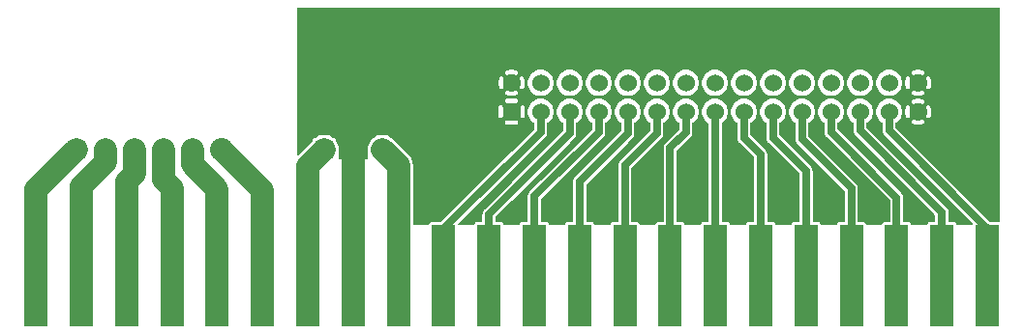
<source format=gbr>
G04 start of page 3 for group 1 idx 1 *
G04 Title: (unknown), bottom *
G04 Creator: pcb 20110918 *
G04 CreationDate: Mon Dec 22 17:10:58 2014 UTC *
G04 For: fosse *
G04 Format: Gerber/RS-274X *
G04 PCB-Dimensions: 600000 500000 *
G04 PCB-Coordinate-Origin: lower left *
%MOIN*%
%FSLAX25Y25*%
%LNBOTTOM*%
%ADD26C,0.0380*%
%ADD25C,0.0420*%
%ADD24R,0.0800X0.0800*%
%ADD23C,0.0600*%
%ADD22C,0.0700*%
%ADD21C,0.0250*%
%ADD20C,0.0800*%
%ADD19C,0.0001*%
G54D19*G36*
X370993Y196825D02*X374550Y193268D01*
Y170993D01*
X372643Y170991D01*
X372490Y170954D01*
X372345Y170894D01*
X372210Y170812D01*
X372091Y170709D01*
X371988Y170590D01*
X371906Y170455D01*
X371846Y170310D01*
X371809Y170157D01*
X371800Y170000D01*
X370993D01*
Y196825D01*
G37*
G36*
X380993D02*X390150Y187668D01*
Y170993D01*
X388243Y170991D01*
X388090Y170954D01*
X387945Y170894D01*
X387810Y170812D01*
X387691Y170709D01*
X387588Y170590D01*
X387506Y170455D01*
X387446Y170310D01*
X387409Y170157D01*
X387400Y170000D01*
X381791D01*
X381791Y170157D01*
X381754Y170310D01*
X381694Y170455D01*
X381612Y170590D01*
X381509Y170709D01*
X381390Y170812D01*
X381255Y170894D01*
X381110Y170954D01*
X380993Y170982D01*
Y196825D01*
G37*
G36*
X390993Y196325D02*X405750Y181568D01*
Y170993D01*
X403843Y170991D01*
X403690Y170954D01*
X403545Y170894D01*
X403410Y170812D01*
X403291Y170709D01*
X403188Y170590D01*
X403106Y170455D01*
X403046Y170310D01*
X403009Y170157D01*
X403000Y170000D01*
X397391D01*
X397391Y170157D01*
X397354Y170310D01*
X397294Y170455D01*
X397212Y170590D01*
X397109Y170709D01*
X396990Y170812D01*
X396855Y170894D01*
X396710Y170954D01*
X396557Y170991D01*
X396400Y171000D01*
X394650Y170998D01*
Y188512D01*
X394657Y188600D01*
X394629Y188953D01*
X394629Y188953D01*
X394546Y189297D01*
X394411Y189625D01*
X394226Y189927D01*
X393996Y190196D01*
X393929Y190253D01*
X390993Y193189D01*
Y196325D01*
G37*
G36*
X400993Y198825D02*X421350Y178468D01*
Y170993D01*
X419443Y170991D01*
X419290Y170954D01*
X419145Y170894D01*
X419010Y170812D01*
X418891Y170709D01*
X418788Y170590D01*
X418706Y170455D01*
X418646Y170310D01*
X418609Y170157D01*
X418600Y170000D01*
X412991D01*
X412991Y170157D01*
X412954Y170310D01*
X412894Y170455D01*
X412812Y170590D01*
X412709Y170709D01*
X412590Y170812D01*
X412455Y170894D01*
X412310Y170954D01*
X412157Y170991D01*
X412000Y171000D01*
X410250Y170998D01*
Y182412D01*
X410257Y182500D01*
X410229Y182853D01*
X410146Y183197D01*
X410107Y183293D01*
X410011Y183525D01*
X409896Y183712D01*
X409826Y183827D01*
X409826Y183827D01*
X409596Y184096D01*
X409529Y184153D01*
X400993Y192689D01*
Y198825D01*
G37*
G36*
X410993Y199325D02*X436950Y173368D01*
Y170993D01*
X435043Y170991D01*
X434890Y170954D01*
X434745Y170894D01*
X434610Y170812D01*
X434491Y170709D01*
X434388Y170590D01*
X434306Y170455D01*
X434246Y170310D01*
X434209Y170157D01*
X434200Y170000D01*
X428591D01*
X428591Y170157D01*
X428554Y170310D01*
X428494Y170455D01*
X428412Y170590D01*
X428309Y170709D01*
X428190Y170812D01*
X428055Y170894D01*
X427910Y170954D01*
X427757Y170991D01*
X427600Y171000D01*
X425850Y170998D01*
Y179312D01*
X425857Y179400D01*
X425829Y179753D01*
X425746Y180097D01*
X425707Y180193D01*
X425611Y180425D01*
X425496Y180612D01*
X425426Y180727D01*
X425426Y180727D01*
X425196Y180996D01*
X425129Y181053D01*
X410993Y195189D01*
Y199325D01*
G37*
G36*
X431002Y189316D02*X449893Y170425D01*
X449846Y170310D01*
X449809Y170157D01*
X449800Y170000D01*
X444191D01*
X444191Y170157D01*
X444154Y170310D01*
X444094Y170455D01*
X444012Y170590D01*
X443909Y170709D01*
X443790Y170812D01*
X443655Y170894D01*
X443510Y170954D01*
X443357Y170991D01*
X443200Y171000D01*
X441450Y170998D01*
Y174212D01*
X441457Y174300D01*
X441429Y174653D01*
X441346Y174997D01*
X441307Y175093D01*
X441211Y175325D01*
X441096Y175512D01*
X441026Y175627D01*
X441026Y175627D01*
X440796Y175896D01*
X440729Y175953D01*
X431002Y185680D01*
Y189316D01*
G37*
G36*
X434613Y245000D02*X459000D01*
Y170980D01*
X458957Y170991D01*
X458800Y171000D01*
X455686Y170996D01*
X434613Y192069D01*
Y206853D01*
X434656Y206860D01*
X434768Y206897D01*
X434873Y206952D01*
X434968Y207022D01*
X435051Y207106D01*
X435119Y207202D01*
X435170Y207308D01*
X435318Y207716D01*
X435422Y208137D01*
X435484Y208567D01*
X435505Y209000D01*
X435484Y209433D01*
X435422Y209863D01*
X435318Y210284D01*
X435175Y210694D01*
X435122Y210800D01*
X435053Y210896D01*
X434970Y210981D01*
X434875Y211051D01*
X434769Y211106D01*
X434657Y211143D01*
X434613Y211151D01*
Y216853D01*
X434656Y216860D01*
X434768Y216897D01*
X434873Y216952D01*
X434968Y217022D01*
X435051Y217106D01*
X435119Y217202D01*
X435170Y217308D01*
X435318Y217716D01*
X435422Y218137D01*
X435484Y218567D01*
X435505Y219000D01*
X435484Y219433D01*
X435422Y219863D01*
X435318Y220284D01*
X435175Y220694D01*
X435122Y220800D01*
X435053Y220896D01*
X434970Y220981D01*
X434875Y221051D01*
X434769Y221106D01*
X434657Y221143D01*
X434613Y221151D01*
Y245000D01*
G37*
G36*
X431002D02*X434613D01*
Y221151D01*
X434540Y221163D01*
X434421Y221164D01*
X434304Y221146D01*
X434191Y221110D01*
X434085Y221057D01*
X433988Y220988D01*
X433904Y220905D01*
X433833Y220809D01*
X433779Y220704D01*
X433741Y220592D01*
X433722Y220475D01*
X433721Y220356D01*
X433739Y220239D01*
X433777Y220126D01*
X433876Y219855D01*
X433944Y219575D01*
X433986Y219289D01*
X434000Y219000D01*
X433986Y218711D01*
X433944Y218425D01*
X433876Y218145D01*
X433780Y217872D01*
X433742Y217761D01*
X433725Y217644D01*
X433725Y217526D01*
X433745Y217409D01*
X433782Y217297D01*
X433836Y217193D01*
X433906Y217098D01*
X433991Y217015D01*
X434087Y216946D01*
X434192Y216893D01*
X434305Y216857D01*
X434421Y216840D01*
X434539Y216841D01*
X434613Y216853D01*
Y211151D01*
X434540Y211163D01*
X434421Y211164D01*
X434304Y211146D01*
X434191Y211110D01*
X434085Y211057D01*
X433988Y210988D01*
X433904Y210905D01*
X433833Y210809D01*
X433779Y210704D01*
X433741Y210592D01*
X433722Y210475D01*
X433721Y210356D01*
X433739Y210239D01*
X433777Y210126D01*
X433876Y209855D01*
X433944Y209575D01*
X433986Y209289D01*
X434000Y209000D01*
X433986Y208711D01*
X433944Y208425D01*
X433876Y208145D01*
X433780Y207872D01*
X433742Y207761D01*
X433725Y207644D01*
X433725Y207526D01*
X433745Y207409D01*
X433782Y207297D01*
X433836Y207193D01*
X433906Y207098D01*
X433991Y207015D01*
X434087Y206946D01*
X434192Y206893D01*
X434305Y206857D01*
X434421Y206840D01*
X434539Y206841D01*
X434613Y206853D01*
Y192069D01*
X431002Y195680D01*
Y204495D01*
X431433Y204516D01*
X431863Y204578D01*
X432284Y204682D01*
X432694Y204825D01*
X432800Y204878D01*
X432896Y204947D01*
X432981Y205030D01*
X433051Y205125D01*
X433106Y205231D01*
X433143Y205343D01*
X433163Y205460D01*
X433164Y205579D01*
X433146Y205696D01*
X433110Y205809D01*
X433057Y205915D01*
X432988Y206012D01*
X432905Y206096D01*
X432809Y206167D01*
X432704Y206221D01*
X432592Y206259D01*
X432475Y206278D01*
X432356Y206279D01*
X432239Y206261D01*
X432126Y206223D01*
X431855Y206124D01*
X431575Y206056D01*
X431289Y206014D01*
X431002Y206000D01*
Y212000D01*
X431289Y211986D01*
X431575Y211944D01*
X431855Y211876D01*
X432128Y211780D01*
X432239Y211742D01*
X432356Y211725D01*
X432474Y211725D01*
X432591Y211745D01*
X432703Y211782D01*
X432807Y211836D01*
X432902Y211906D01*
X432985Y211991D01*
X433054Y212087D01*
X433107Y212192D01*
X433143Y212305D01*
X433160Y212421D01*
X433159Y212539D01*
X433140Y212656D01*
X433103Y212768D01*
X433048Y212873D01*
X432978Y212968D01*
X432894Y213051D01*
X432798Y213119D01*
X432692Y213170D01*
X432284Y213318D01*
X431863Y213422D01*
X431433Y213484D01*
X431002Y213505D01*
Y214495D01*
X431433Y214516D01*
X431863Y214578D01*
X432284Y214682D01*
X432694Y214825D01*
X432800Y214878D01*
X432896Y214947D01*
X432981Y215030D01*
X433051Y215125D01*
X433106Y215231D01*
X433143Y215343D01*
X433163Y215460D01*
X433164Y215579D01*
X433146Y215696D01*
X433110Y215809D01*
X433057Y215915D01*
X432988Y216012D01*
X432905Y216096D01*
X432809Y216167D01*
X432704Y216221D01*
X432592Y216259D01*
X432475Y216278D01*
X432356Y216279D01*
X432239Y216261D01*
X432126Y216223D01*
X431855Y216124D01*
X431575Y216056D01*
X431289Y216014D01*
X431002Y216000D01*
Y222000D01*
X431289Y221986D01*
X431575Y221944D01*
X431855Y221876D01*
X432128Y221780D01*
X432239Y221742D01*
X432356Y221725D01*
X432474Y221725D01*
X432591Y221745D01*
X432703Y221782D01*
X432807Y221836D01*
X432902Y221906D01*
X432985Y221991D01*
X433054Y222087D01*
X433107Y222192D01*
X433143Y222305D01*
X433160Y222421D01*
X433159Y222539D01*
X433140Y222656D01*
X433103Y222768D01*
X433048Y222873D01*
X432978Y222968D01*
X432894Y223051D01*
X432798Y223119D01*
X432692Y223170D01*
X432284Y223318D01*
X431863Y223422D01*
X431433Y223484D01*
X431002Y223505D01*
Y245000D01*
G37*
G36*
X427387Y192931D02*X431002Y189316D01*
Y185680D01*
X427387Y189295D01*
Y192931D01*
G37*
G36*
Y245000D02*X431002D01*
Y223505D01*
X431000Y223505D01*
X430567Y223484D01*
X430137Y223422D01*
X429716Y223318D01*
X429306Y223175D01*
X429200Y223122D01*
X429104Y223053D01*
X429019Y222970D01*
X428949Y222875D01*
X428894Y222769D01*
X428857Y222657D01*
X428837Y222540D01*
X428836Y222421D01*
X428854Y222304D01*
X428890Y222191D01*
X428943Y222085D01*
X429012Y221988D01*
X429095Y221904D01*
X429191Y221833D01*
X429296Y221779D01*
X429408Y221741D01*
X429525Y221722D01*
X429644Y221721D01*
X429761Y221739D01*
X429874Y221777D01*
X430145Y221876D01*
X430425Y221944D01*
X430711Y221986D01*
X431000Y222000D01*
X431002Y222000D01*
Y216000D01*
X431000Y216000D01*
X430711Y216014D01*
X430425Y216056D01*
X430145Y216124D01*
X429872Y216220D01*
X429761Y216258D01*
X429644Y216275D01*
X429526Y216275D01*
X429409Y216255D01*
X429297Y216218D01*
X429193Y216164D01*
X429098Y216094D01*
X429015Y216009D01*
X428946Y215913D01*
X428893Y215808D01*
X428857Y215695D01*
X428840Y215579D01*
X428841Y215461D01*
X428860Y215344D01*
X428897Y215232D01*
X428952Y215127D01*
X429022Y215032D01*
X429106Y214949D01*
X429202Y214881D01*
X429308Y214830D01*
X429716Y214682D01*
X430137Y214578D01*
X430567Y214516D01*
X431000Y214495D01*
X431002Y214495D01*
Y213505D01*
X431000Y213505D01*
X430567Y213484D01*
X430137Y213422D01*
X429716Y213318D01*
X429306Y213175D01*
X429200Y213122D01*
X429104Y213053D01*
X429019Y212970D01*
X428949Y212875D01*
X428894Y212769D01*
X428857Y212657D01*
X428837Y212540D01*
X428836Y212421D01*
X428854Y212304D01*
X428890Y212191D01*
X428943Y212085D01*
X429012Y211988D01*
X429095Y211904D01*
X429191Y211833D01*
X429296Y211779D01*
X429408Y211741D01*
X429525Y211722D01*
X429644Y211721D01*
X429761Y211739D01*
X429874Y211777D01*
X430145Y211876D01*
X430425Y211944D01*
X430711Y211986D01*
X431000Y212000D01*
X431002Y212000D01*
Y206000D01*
X431000Y206000D01*
X430711Y206014D01*
X430425Y206056D01*
X430145Y206124D01*
X429872Y206220D01*
X429761Y206258D01*
X429644Y206275D01*
X429526Y206275D01*
X429409Y206255D01*
X429297Y206218D01*
X429193Y206164D01*
X429098Y206094D01*
X429015Y206009D01*
X428946Y205913D01*
X428893Y205808D01*
X428857Y205695D01*
X428840Y205579D01*
X428841Y205461D01*
X428860Y205344D01*
X428897Y205232D01*
X428952Y205127D01*
X429022Y205032D01*
X429106Y204949D01*
X429202Y204881D01*
X429308Y204830D01*
X429716Y204682D01*
X430137Y204578D01*
X430567Y204516D01*
X431000Y204495D01*
X431002Y204495D01*
Y195680D01*
X427387Y199295D01*
Y206849D01*
X427460Y206837D01*
X427579Y206836D01*
X427696Y206854D01*
X427809Y206890D01*
X427915Y206943D01*
X428012Y207012D01*
X428096Y207095D01*
X428167Y207191D01*
X428221Y207296D01*
X428259Y207408D01*
X428278Y207525D01*
X428279Y207644D01*
X428261Y207761D01*
X428223Y207874D01*
X428124Y208145D01*
X428056Y208425D01*
X428014Y208711D01*
X428000Y209000D01*
X428014Y209289D01*
X428056Y209575D01*
X428124Y209855D01*
X428220Y210128D01*
X428258Y210239D01*
X428275Y210356D01*
X428275Y210474D01*
X428255Y210591D01*
X428218Y210703D01*
X428164Y210807D01*
X428094Y210902D01*
X428009Y210985D01*
X427913Y211054D01*
X427808Y211107D01*
X427695Y211143D01*
X427579Y211160D01*
X427461Y211159D01*
X427387Y211147D01*
Y216849D01*
X427460Y216837D01*
X427579Y216836D01*
X427696Y216854D01*
X427809Y216890D01*
X427915Y216943D01*
X428012Y217012D01*
X428096Y217095D01*
X428167Y217191D01*
X428221Y217296D01*
X428259Y217408D01*
X428278Y217525D01*
X428279Y217644D01*
X428261Y217761D01*
X428223Y217874D01*
X428124Y218145D01*
X428056Y218425D01*
X428014Y218711D01*
X428000Y219000D01*
X428014Y219289D01*
X428056Y219575D01*
X428124Y219855D01*
X428220Y220128D01*
X428258Y220239D01*
X428275Y220356D01*
X428275Y220474D01*
X428255Y220591D01*
X428218Y220703D01*
X428164Y220807D01*
X428094Y220902D01*
X428009Y220985D01*
X427913Y221054D01*
X427808Y221107D01*
X427695Y221143D01*
X427579Y221160D01*
X427461Y221159D01*
X427387Y221147D01*
Y245000D01*
G37*
G36*
X420993Y199325D02*X427387Y192931D01*
Y189295D01*
X420993Y195689D01*
Y199325D01*
G37*
G36*
Y245000D02*X427387D01*
Y221147D01*
X427344Y221140D01*
X427232Y221103D01*
X427127Y221048D01*
X427032Y220978D01*
X426949Y220894D01*
X426881Y220798D01*
X426830Y220692D01*
X426682Y220284D01*
X426578Y219863D01*
X426516Y219433D01*
X426495Y219000D01*
X426516Y218567D01*
X426578Y218137D01*
X426682Y217716D01*
X426825Y217306D01*
X426878Y217200D01*
X426947Y217104D01*
X427030Y217019D01*
X427125Y216949D01*
X427231Y216894D01*
X427343Y216857D01*
X427387Y216849D01*
Y211147D01*
X427344Y211140D01*
X427232Y211103D01*
X427127Y211048D01*
X427032Y210978D01*
X426949Y210894D01*
X426881Y210798D01*
X426830Y210692D01*
X426682Y210284D01*
X426578Y209863D01*
X426516Y209433D01*
X426495Y209000D01*
X426516Y208567D01*
X426578Y208137D01*
X426682Y207716D01*
X426825Y207306D01*
X426878Y207200D01*
X426947Y207104D01*
X427030Y207019D01*
X427125Y206949D01*
X427231Y206894D01*
X427343Y206857D01*
X427387Y206849D01*
Y199295D01*
X423250Y203432D01*
Y205101D01*
X423653Y205348D01*
X424192Y205808D01*
X424652Y206347D01*
X425022Y206951D01*
X425293Y207605D01*
X425458Y208294D01*
X425500Y209000D01*
X425458Y209706D01*
X425293Y210395D01*
X425022Y211049D01*
X424652Y211653D01*
X424192Y212192D01*
X423653Y212652D01*
X423049Y213022D01*
X422395Y213293D01*
X421706Y213458D01*
X421000Y213514D01*
X420993Y213513D01*
Y214487D01*
X421000Y214486D01*
X421706Y214542D01*
X422395Y214707D01*
X423049Y214978D01*
X423653Y215348D01*
X424192Y215808D01*
X424652Y216347D01*
X425022Y216951D01*
X425293Y217605D01*
X425458Y218294D01*
X425500Y219000D01*
X425458Y219706D01*
X425293Y220395D01*
X425022Y221049D01*
X424652Y221653D01*
X424192Y222192D01*
X423653Y222652D01*
X423049Y223022D01*
X422395Y223293D01*
X421706Y223458D01*
X421000Y223514D01*
X420993Y223513D01*
Y245000D01*
G37*
G36*
X410993D02*X420993D01*
Y223513D01*
X420294Y223458D01*
X419605Y223293D01*
X418951Y223022D01*
X418347Y222652D01*
X417808Y222192D01*
X417348Y221653D01*
X416978Y221049D01*
X416707Y220395D01*
X416542Y219706D01*
X416486Y219000D01*
X416542Y218294D01*
X416707Y217605D01*
X416978Y216951D01*
X417348Y216347D01*
X417808Y215808D01*
X418347Y215348D01*
X418951Y214978D01*
X419605Y214707D01*
X420294Y214542D01*
X420993Y214487D01*
Y213513D01*
X420294Y213458D01*
X419605Y213293D01*
X418951Y213022D01*
X418347Y212652D01*
X417808Y212192D01*
X417348Y211653D01*
X416978Y211049D01*
X416707Y210395D01*
X416542Y209706D01*
X416486Y209000D01*
X416542Y208294D01*
X416707Y207605D01*
X416978Y206951D01*
X417348Y206347D01*
X417808Y205808D01*
X418347Y205348D01*
X418750Y205101D01*
Y202588D01*
X418743Y202500D01*
X418771Y202147D01*
X418854Y201803D01*
X418989Y201475D01*
X419174Y201173D01*
X419174Y201173D01*
X419404Y200904D01*
X419471Y200847D01*
X420993Y199325D01*
Y195689D01*
X413250Y203432D01*
Y205101D01*
X413653Y205348D01*
X414192Y205808D01*
X414652Y206347D01*
X415022Y206951D01*
X415293Y207605D01*
X415458Y208294D01*
X415500Y209000D01*
X415458Y209706D01*
X415293Y210395D01*
X415022Y211049D01*
X414652Y211653D01*
X414192Y212192D01*
X413653Y212652D01*
X413049Y213022D01*
X412395Y213293D01*
X411706Y213458D01*
X411000Y213514D01*
X410993Y213513D01*
Y214487D01*
X411000Y214486D01*
X411706Y214542D01*
X412395Y214707D01*
X413049Y214978D01*
X413653Y215348D01*
X414192Y215808D01*
X414652Y216347D01*
X415022Y216951D01*
X415293Y217605D01*
X415458Y218294D01*
X415500Y219000D01*
X415458Y219706D01*
X415293Y220395D01*
X415022Y221049D01*
X414652Y221653D01*
X414192Y222192D01*
X413653Y222652D01*
X413049Y223022D01*
X412395Y223293D01*
X411706Y223458D01*
X411000Y223514D01*
X410993Y223513D01*
Y245000D01*
G37*
G36*
X400993D02*X410993D01*
Y223513D01*
X410294Y223458D01*
X409605Y223293D01*
X408951Y223022D01*
X408347Y222652D01*
X407808Y222192D01*
X407348Y221653D01*
X406978Y221049D01*
X406707Y220395D01*
X406542Y219706D01*
X406486Y219000D01*
X406542Y218294D01*
X406707Y217605D01*
X406978Y216951D01*
X407348Y216347D01*
X407808Y215808D01*
X408347Y215348D01*
X408951Y214978D01*
X409605Y214707D01*
X410294Y214542D01*
X410993Y214487D01*
Y213513D01*
X410294Y213458D01*
X409605Y213293D01*
X408951Y213022D01*
X408347Y212652D01*
X407808Y212192D01*
X407348Y211653D01*
X406978Y211049D01*
X406707Y210395D01*
X406542Y209706D01*
X406486Y209000D01*
X406542Y208294D01*
X406707Y207605D01*
X406978Y206951D01*
X407348Y206347D01*
X407808Y205808D01*
X408347Y205348D01*
X408750Y205101D01*
Y202588D01*
X408743Y202500D01*
X408771Y202147D01*
X408854Y201803D01*
X408989Y201475D01*
X409174Y201173D01*
X409174Y201173D01*
X409404Y200904D01*
X409471Y200847D01*
X410993Y199325D01*
Y195189D01*
X403250Y202932D01*
Y205101D01*
X403653Y205348D01*
X404192Y205808D01*
X404652Y206347D01*
X405022Y206951D01*
X405293Y207605D01*
X405458Y208294D01*
X405500Y209000D01*
X405458Y209706D01*
X405293Y210395D01*
X405022Y211049D01*
X404652Y211653D01*
X404192Y212192D01*
X403653Y212652D01*
X403049Y213022D01*
X402395Y213293D01*
X401706Y213458D01*
X401000Y213514D01*
X400993Y213513D01*
Y214487D01*
X401000Y214486D01*
X401706Y214542D01*
X402395Y214707D01*
X403049Y214978D01*
X403653Y215348D01*
X404192Y215808D01*
X404652Y216347D01*
X405022Y216951D01*
X405293Y217605D01*
X405458Y218294D01*
X405500Y219000D01*
X405458Y219706D01*
X405293Y220395D01*
X405022Y221049D01*
X404652Y221653D01*
X404192Y222192D01*
X403653Y222652D01*
X403049Y223022D01*
X402395Y223293D01*
X401706Y223458D01*
X401000Y223514D01*
X400993Y223513D01*
Y245000D01*
G37*
G36*
X390993D02*X400993D01*
Y223513D01*
X400294Y223458D01*
X399605Y223293D01*
X398951Y223022D01*
X398347Y222652D01*
X397808Y222192D01*
X397348Y221653D01*
X396978Y221049D01*
X396707Y220395D01*
X396542Y219706D01*
X396486Y219000D01*
X396542Y218294D01*
X396707Y217605D01*
X396978Y216951D01*
X397348Y216347D01*
X397808Y215808D01*
X398347Y215348D01*
X398951Y214978D01*
X399605Y214707D01*
X400294Y214542D01*
X400993Y214487D01*
Y213513D01*
X400294Y213458D01*
X399605Y213293D01*
X398951Y213022D01*
X398347Y212652D01*
X397808Y212192D01*
X397348Y211653D01*
X396978Y211049D01*
X396707Y210395D01*
X396542Y209706D01*
X396486Y209000D01*
X396542Y208294D01*
X396707Y207605D01*
X396978Y206951D01*
X397348Y206347D01*
X397808Y205808D01*
X398347Y205348D01*
X398750Y205101D01*
Y202088D01*
X398743Y202000D01*
X398771Y201647D01*
Y201647D01*
X398854Y201303D01*
X398989Y200975D01*
X399059Y200861D01*
X399174Y200673D01*
X399174Y200673D01*
X399404Y200404D01*
X399471Y200347D01*
X400993Y198825D01*
Y192689D01*
X393250Y200432D01*
Y205101D01*
X393653Y205348D01*
X394192Y205808D01*
X394652Y206347D01*
X395022Y206951D01*
X395293Y207605D01*
X395458Y208294D01*
X395500Y209000D01*
X395458Y209706D01*
X395293Y210395D01*
X395022Y211049D01*
X394652Y211653D01*
X394192Y212192D01*
X393653Y212652D01*
X393049Y213022D01*
X392395Y213293D01*
X391706Y213458D01*
X391000Y213514D01*
X390993Y213513D01*
Y214487D01*
X391000Y214486D01*
X391706Y214542D01*
X392395Y214707D01*
X393049Y214978D01*
X393653Y215348D01*
X394192Y215808D01*
X394652Y216347D01*
X395022Y216951D01*
X395293Y217605D01*
X395458Y218294D01*
X395500Y219000D01*
X395458Y219706D01*
X395293Y220395D01*
X395022Y221049D01*
X394652Y221653D01*
X394192Y222192D01*
X393653Y222652D01*
X393049Y223022D01*
X392395Y223293D01*
X391706Y223458D01*
X391000Y223514D01*
X390993Y223513D01*
Y245000D01*
G37*
G36*
X380993D02*X390993D01*
Y223513D01*
X390294Y223458D01*
X389605Y223293D01*
X388951Y223022D01*
X388347Y222652D01*
X387808Y222192D01*
X387348Y221653D01*
X386978Y221049D01*
X386707Y220395D01*
X386542Y219706D01*
X386486Y219000D01*
X386542Y218294D01*
X386707Y217605D01*
X386978Y216951D01*
X387348Y216347D01*
X387808Y215808D01*
X388347Y215348D01*
X388951Y214978D01*
X389605Y214707D01*
X390294Y214542D01*
X390993Y214487D01*
Y213513D01*
X390294Y213458D01*
X389605Y213293D01*
X388951Y213022D01*
X388347Y212652D01*
X387808Y212192D01*
X387348Y211653D01*
X386978Y211049D01*
X386707Y210395D01*
X386542Y209706D01*
X386486Y209000D01*
X386542Y208294D01*
X386707Y207605D01*
X386978Y206951D01*
X387348Y206347D01*
X387808Y205808D01*
X388347Y205348D01*
X388750Y205101D01*
Y199588D01*
X388743Y199500D01*
X388771Y199147D01*
Y199147D01*
X388854Y198803D01*
X388989Y198475D01*
X389059Y198361D01*
X389174Y198173D01*
X389174Y198173D01*
X389404Y197904D01*
X389471Y197847D01*
X390993Y196325D01*
Y193189D01*
X383250Y200932D01*
Y205101D01*
X383653Y205348D01*
X384192Y205808D01*
X384652Y206347D01*
X385022Y206951D01*
X385293Y207605D01*
X385458Y208294D01*
X385500Y209000D01*
X385458Y209706D01*
X385293Y210395D01*
X385022Y211049D01*
X384652Y211653D01*
X384192Y212192D01*
X383653Y212652D01*
X383049Y213022D01*
X382395Y213293D01*
X381706Y213458D01*
X381000Y213514D01*
X380993Y213513D01*
Y214487D01*
X381000Y214486D01*
X381706Y214542D01*
X382395Y214707D01*
X383049Y214978D01*
X383653Y215348D01*
X384192Y215808D01*
X384652Y216347D01*
X385022Y216951D01*
X385293Y217605D01*
X385458Y218294D01*
X385500Y219000D01*
X385458Y219706D01*
X385293Y220395D01*
X385022Y221049D01*
X384652Y221653D01*
X384192Y222192D01*
X383653Y222652D01*
X383049Y223022D01*
X382395Y223293D01*
X381706Y223458D01*
X381000Y223514D01*
X380993Y223513D01*
Y245000D01*
G37*
G36*
X370993D02*X380993D01*
Y223513D01*
X380294Y223458D01*
X379605Y223293D01*
X378951Y223022D01*
X378347Y222652D01*
X377808Y222192D01*
X377348Y221653D01*
X376978Y221049D01*
X376707Y220395D01*
X376542Y219706D01*
X376486Y219000D01*
X376542Y218294D01*
X376707Y217605D01*
X376978Y216951D01*
X377348Y216347D01*
X377808Y215808D01*
X378347Y215348D01*
X378951Y214978D01*
X379605Y214707D01*
X380294Y214542D01*
X380993Y214487D01*
Y213513D01*
X380294Y213458D01*
X379605Y213293D01*
X378951Y213022D01*
X378347Y212652D01*
X377808Y212192D01*
X377348Y211653D01*
X376978Y211049D01*
X376707Y210395D01*
X376542Y209706D01*
X376486Y209000D01*
X376542Y208294D01*
X376707Y207605D01*
X376978Y206951D01*
X377348Y206347D01*
X377808Y205808D01*
X378347Y205348D01*
X378750Y205101D01*
Y200088D01*
X378743Y200000D01*
X378771Y199647D01*
X378854Y199303D01*
X378989Y198975D01*
X379174Y198673D01*
X379174Y198673D01*
X379404Y198404D01*
X379471Y198347D01*
X380993Y196825D01*
Y170982D01*
X380957Y170991D01*
X380800Y171000D01*
X379050Y170998D01*
Y194112D01*
X379057Y194200D01*
X379029Y194553D01*
X379029Y194553D01*
X378946Y194897D01*
X378811Y195225D01*
X378626Y195527D01*
X378396Y195796D01*
X378329Y195853D01*
X373250Y200932D01*
Y205101D01*
X373653Y205348D01*
X374192Y205808D01*
X374652Y206347D01*
X375022Y206951D01*
X375293Y207605D01*
X375458Y208294D01*
X375500Y209000D01*
X375458Y209706D01*
X375293Y210395D01*
X375022Y211049D01*
X374652Y211653D01*
X374192Y212192D01*
X373653Y212652D01*
X373049Y213022D01*
X372395Y213293D01*
X371706Y213458D01*
X371000Y213514D01*
X370993Y213513D01*
Y214487D01*
X371000Y214486D01*
X371706Y214542D01*
X372395Y214707D01*
X373049Y214978D01*
X373653Y215348D01*
X374192Y215808D01*
X374652Y216347D01*
X375022Y216951D01*
X375293Y217605D01*
X375458Y218294D01*
X375500Y219000D01*
X375458Y219706D01*
X375293Y220395D01*
X375022Y221049D01*
X374652Y221653D01*
X374192Y222192D01*
X373653Y222652D01*
X373049Y223022D01*
X372395Y223293D01*
X371706Y223458D01*
X371000Y223514D01*
X370993Y223513D01*
Y245000D01*
G37*
G36*
X360993D02*X370993D01*
Y223513D01*
X370294Y223458D01*
X369605Y223293D01*
X368951Y223022D01*
X368347Y222652D01*
X367808Y222192D01*
X367348Y221653D01*
X366978Y221049D01*
X366707Y220395D01*
X366542Y219706D01*
X366486Y219000D01*
X366542Y218294D01*
X366707Y217605D01*
X366978Y216951D01*
X367348Y216347D01*
X367808Y215808D01*
X368347Y215348D01*
X368951Y214978D01*
X369605Y214707D01*
X370294Y214542D01*
X370993Y214487D01*
Y213513D01*
X370294Y213458D01*
X369605Y213293D01*
X368951Y213022D01*
X368347Y212652D01*
X367808Y212192D01*
X367348Y211653D01*
X366978Y211049D01*
X366707Y210395D01*
X366542Y209706D01*
X366486Y209000D01*
X366542Y208294D01*
X366707Y207605D01*
X366978Y206951D01*
X367348Y206347D01*
X367808Y205808D01*
X368347Y205348D01*
X368750Y205101D01*
Y200088D01*
X368743Y200000D01*
X368771Y199647D01*
X368854Y199303D01*
X368989Y198975D01*
X369174Y198673D01*
X369174Y198673D01*
X369404Y198404D01*
X369471Y198347D01*
X370993Y196825D01*
Y170000D01*
X366191D01*
X366191Y170157D01*
X366154Y170310D01*
X366094Y170455D01*
X366012Y170590D01*
X365909Y170709D01*
X365790Y170812D01*
X365655Y170894D01*
X365510Y170954D01*
X365357Y170991D01*
X365200Y171000D01*
X363450Y170998D01*
Y205224D01*
X363653Y205348D01*
X364192Y205808D01*
X364652Y206347D01*
X365022Y206951D01*
X365293Y207605D01*
X365458Y208294D01*
X365500Y209000D01*
X365458Y209706D01*
X365293Y210395D01*
X365022Y211049D01*
X364652Y211653D01*
X364192Y212192D01*
X363653Y212652D01*
X363049Y213022D01*
X362395Y213293D01*
X361706Y213458D01*
X361000Y213514D01*
X360993Y213513D01*
Y214487D01*
X361000Y214486D01*
X361706Y214542D01*
X362395Y214707D01*
X363049Y214978D01*
X363653Y215348D01*
X364192Y215808D01*
X364652Y216347D01*
X365022Y216951D01*
X365293Y217605D01*
X365458Y218294D01*
X365500Y219000D01*
X365458Y219706D01*
X365293Y220395D01*
X365022Y221049D01*
X364652Y221653D01*
X364192Y222192D01*
X363653Y222652D01*
X363049Y223022D01*
X362395Y223293D01*
X361706Y223458D01*
X361000Y223514D01*
X360993Y223513D01*
Y245000D01*
G37*
G36*
X350993D02*X360993D01*
Y223513D01*
X360294Y223458D01*
X359605Y223293D01*
X358951Y223022D01*
X358347Y222652D01*
X357808Y222192D01*
X357348Y221653D01*
X356978Y221049D01*
X356707Y220395D01*
X356542Y219706D01*
X356486Y219000D01*
X356542Y218294D01*
X356707Y217605D01*
X356978Y216951D01*
X357348Y216347D01*
X357808Y215808D01*
X358347Y215348D01*
X358951Y214978D01*
X359605Y214707D01*
X360294Y214542D01*
X360993Y214487D01*
Y213513D01*
X360294Y213458D01*
X359605Y213293D01*
X358951Y213022D01*
X358347Y212652D01*
X357808Y212192D01*
X357348Y211653D01*
X356978Y211049D01*
X356707Y210395D01*
X356542Y209706D01*
X356486Y209000D01*
X356542Y208294D01*
X356707Y207605D01*
X356978Y206951D01*
X357348Y206347D01*
X357808Y205808D01*
X358347Y205348D01*
X358950Y204979D01*
Y170993D01*
X357043Y170991D01*
X356890Y170954D01*
X356745Y170894D01*
X356610Y170812D01*
X356491Y170709D01*
X356388Y170590D01*
X356306Y170455D01*
X356246Y170310D01*
X356209Y170157D01*
X356200Y170000D01*
X350993D01*
Y198811D01*
X352529Y200347D01*
X352596Y200404D01*
X352826Y200673D01*
X352826Y200673D01*
X353011Y200975D01*
X353146Y201303D01*
X353229Y201647D01*
X353257Y202000D01*
X353250Y202088D01*
Y205101D01*
X353653Y205348D01*
X354192Y205808D01*
X354652Y206347D01*
X355022Y206951D01*
X355293Y207605D01*
X355458Y208294D01*
X355500Y209000D01*
X355458Y209706D01*
X355293Y210395D01*
X355022Y211049D01*
X354652Y211653D01*
X354192Y212192D01*
X353653Y212652D01*
X353049Y213022D01*
X352395Y213293D01*
X351706Y213458D01*
X351000Y213514D01*
X350993Y213513D01*
Y214487D01*
X351000Y214486D01*
X351706Y214542D01*
X352395Y214707D01*
X353049Y214978D01*
X353653Y215348D01*
X354192Y215808D01*
X354652Y216347D01*
X355022Y216951D01*
X355293Y217605D01*
X355458Y218294D01*
X355500Y219000D01*
X355458Y219706D01*
X355293Y220395D01*
X355022Y221049D01*
X354652Y221653D01*
X354192Y222192D01*
X353653Y222652D01*
X353049Y223022D01*
X352395Y223293D01*
X351706Y223458D01*
X351000Y223514D01*
X350993Y223513D01*
Y245000D01*
G37*
G36*
Y170000D02*X350591D01*
X350591Y170157D01*
X350554Y170310D01*
X350494Y170455D01*
X350412Y170590D01*
X350309Y170709D01*
X350190Y170812D01*
X350055Y170894D01*
X349910Y170954D01*
X349757Y170991D01*
X349600Y171000D01*
X347850Y170998D01*
Y195668D01*
X350993Y198811D01*
Y170000D01*
G37*
G36*
X344004Y198196D02*X343774Y197927D01*
X343589Y197625D01*
X343454Y197297D01*
X343371Y196953D01*
X343371Y196953D01*
X343343Y196600D01*
X343350Y196512D01*
Y170993D01*
X341443Y170991D01*
X341290Y170954D01*
X341145Y170894D01*
X341010Y170812D01*
X340993Y170797D01*
Y198311D01*
X342529Y199847D01*
X342596Y199904D01*
X342826Y200173D01*
X342826Y200173D01*
X343011Y200475D01*
X343146Y200803D01*
X343229Y201147D01*
X343257Y201500D01*
X343250Y201588D01*
Y205101D01*
X343653Y205348D01*
X344192Y205808D01*
X344652Y206347D01*
X345022Y206951D01*
X345293Y207605D01*
X345458Y208294D01*
X345500Y209000D01*
X345458Y209706D01*
X345293Y210395D01*
X345022Y211049D01*
X344652Y211653D01*
X344192Y212192D01*
X343653Y212652D01*
X343049Y213022D01*
X342395Y213293D01*
X341706Y213458D01*
X341000Y213514D01*
X340993Y213513D01*
Y214487D01*
X341000Y214486D01*
X341706Y214542D01*
X342395Y214707D01*
X343049Y214978D01*
X343653Y215348D01*
X344192Y215808D01*
X344652Y216347D01*
X345022Y216951D01*
X345293Y217605D01*
X345458Y218294D01*
X345500Y219000D01*
X345458Y219706D01*
X345293Y220395D01*
X345022Y221049D01*
X344652Y221653D01*
X344192Y222192D01*
X343653Y222652D01*
X343049Y223022D01*
X342395Y223293D01*
X341706Y223458D01*
X341000Y223514D01*
X340993Y223513D01*
Y245000D01*
X350993D01*
Y223513D01*
X350294Y223458D01*
X349605Y223293D01*
X348951Y223022D01*
X348347Y222652D01*
X347808Y222192D01*
X347348Y221653D01*
X346978Y221049D01*
X346707Y220395D01*
X346542Y219706D01*
X346486Y219000D01*
X346542Y218294D01*
X346707Y217605D01*
X346978Y216951D01*
X347348Y216347D01*
X347808Y215808D01*
X348347Y215348D01*
X348951Y214978D01*
X349605Y214707D01*
X350294Y214542D01*
X350993Y214487D01*
Y213513D01*
X350294Y213458D01*
X349605Y213293D01*
X348951Y213022D01*
X348347Y212652D01*
X347808Y212192D01*
X347348Y211653D01*
X346978Y211049D01*
X346707Y210395D01*
X346542Y209706D01*
X346486Y209000D01*
X346542Y208294D01*
X346707Y207605D01*
X346978Y206951D01*
X347348Y206347D01*
X347808Y205808D01*
X348347Y205348D01*
X348750Y205101D01*
Y202932D01*
X344071Y198253D01*
X344004Y198196D01*
G37*
G36*
X340993Y213513D02*X340294Y213458D01*
X339605Y213293D01*
X338951Y213022D01*
X338347Y212652D01*
X337808Y212192D01*
X337348Y211653D01*
X336978Y211049D01*
X336707Y210395D01*
X336542Y209706D01*
X336486Y209000D01*
X336542Y208294D01*
X336707Y207605D01*
X336978Y206951D01*
X337348Y206347D01*
X337808Y205808D01*
X338347Y205348D01*
X338750Y205101D01*
Y202432D01*
X330993Y194675D01*
Y198311D01*
X332529Y199847D01*
X332596Y199904D01*
X332826Y200173D01*
X332826Y200173D01*
X333011Y200475D01*
X333146Y200803D01*
X333229Y201147D01*
X333257Y201500D01*
X333250Y201588D01*
Y205101D01*
X333653Y205348D01*
X334192Y205808D01*
X334652Y206347D01*
X335022Y206951D01*
X335293Y207605D01*
X335458Y208294D01*
X335500Y209000D01*
X335458Y209706D01*
X335293Y210395D01*
X335022Y211049D01*
X334652Y211653D01*
X334192Y212192D01*
X333653Y212652D01*
X333049Y213022D01*
X332395Y213293D01*
X331706Y213458D01*
X331000Y213514D01*
X330993Y213513D01*
Y214487D01*
X331000Y214486D01*
X331706Y214542D01*
X332395Y214707D01*
X333049Y214978D01*
X333653Y215348D01*
X334192Y215808D01*
X334652Y216347D01*
X335022Y216951D01*
X335293Y217605D01*
X335458Y218294D01*
X335500Y219000D01*
X335458Y219706D01*
X335293Y220395D01*
X335022Y221049D01*
X334652Y221653D01*
X334192Y222192D01*
X333653Y222652D01*
X333049Y223022D01*
X332395Y223293D01*
X331706Y223458D01*
X331000Y223514D01*
X330993Y223513D01*
Y245000D01*
X340993D01*
Y223513D01*
X340294Y223458D01*
X339605Y223293D01*
X338951Y223022D01*
X338347Y222652D01*
X337808Y222192D01*
X337348Y221653D01*
X336978Y221049D01*
X336707Y220395D01*
X336542Y219706D01*
X336486Y219000D01*
X336542Y218294D01*
X336707Y217605D01*
X336978Y216951D01*
X337348Y216347D01*
X337808Y215808D01*
X338347Y215348D01*
X338951Y214978D01*
X339605Y214707D01*
X340294Y214542D01*
X340993Y214487D01*
Y213513D01*
G37*
G36*
Y170797D02*X340891Y170709D01*
X340788Y170590D01*
X340706Y170455D01*
X340646Y170310D01*
X340609Y170157D01*
X340600Y170000D01*
X334991D01*
X334991Y170157D01*
X334954Y170310D01*
X334894Y170455D01*
X334812Y170590D01*
X334709Y170709D01*
X334590Y170812D01*
X334455Y170894D01*
X334310Y170954D01*
X334157Y170991D01*
X334000Y171000D01*
X332250Y170998D01*
Y189568D01*
X340993Y198311D01*
Y170797D01*
G37*
G36*
X330993Y213513D02*X330294Y213458D01*
X329605Y213293D01*
X328951Y213022D01*
X328347Y212652D01*
X327808Y212192D01*
X327348Y211653D01*
X326978Y211049D01*
X326707Y210395D01*
X326542Y209706D01*
X326486Y209000D01*
X326542Y208294D01*
X326707Y207605D01*
X326978Y206951D01*
X327348Y206347D01*
X327808Y205808D01*
X328347Y205348D01*
X328750Y205101D01*
Y202432D01*
X320993Y194675D01*
Y198811D01*
X322529Y200347D01*
X322596Y200404D01*
X322826Y200673D01*
X322826Y200673D01*
X323011Y200975D01*
X323146Y201303D01*
X323229Y201647D01*
X323257Y202000D01*
X323250Y202088D01*
Y205101D01*
X323653Y205348D01*
X324192Y205808D01*
X324652Y206347D01*
X325022Y206951D01*
X325293Y207605D01*
X325458Y208294D01*
X325500Y209000D01*
X325458Y209706D01*
X325293Y210395D01*
X325022Y211049D01*
X324652Y211653D01*
X324192Y212192D01*
X323653Y212652D01*
X323049Y213022D01*
X322395Y213293D01*
X321706Y213458D01*
X321000Y213514D01*
X320993Y213513D01*
Y214487D01*
X321000Y214486D01*
X321706Y214542D01*
X322395Y214707D01*
X323049Y214978D01*
X323653Y215348D01*
X324192Y215808D01*
X324652Y216347D01*
X325022Y216951D01*
X325293Y217605D01*
X325458Y218294D01*
X325500Y219000D01*
X325458Y219706D01*
X325293Y220395D01*
X325022Y221049D01*
X324652Y221653D01*
X324192Y222192D01*
X323653Y222652D01*
X323049Y223022D01*
X322395Y223293D01*
X321706Y223458D01*
X321000Y223514D01*
X320993Y223513D01*
Y245000D01*
X330993D01*
Y223513D01*
X330294Y223458D01*
X329605Y223293D01*
X328951Y223022D01*
X328347Y222652D01*
X327808Y222192D01*
X327348Y221653D01*
X326978Y221049D01*
X326707Y220395D01*
X326542Y219706D01*
X326486Y219000D01*
X326542Y218294D01*
X326707Y217605D01*
X326978Y216951D01*
X327348Y216347D01*
X327808Y215808D01*
X328347Y215348D01*
X328951Y214978D01*
X329605Y214707D01*
X330294Y214542D01*
X330993Y214487D01*
Y213513D01*
G37*
G36*
Y194675D02*X328471Y192153D01*
X328404Y192096D01*
X328174Y191827D01*
X327989Y191525D01*
X327854Y191197D01*
X327771Y190853D01*
X327771Y190853D01*
X327743Y190500D01*
X327750Y190412D01*
Y170993D01*
X325843Y170991D01*
X325690Y170954D01*
X325545Y170894D01*
X325410Y170812D01*
X325291Y170709D01*
X325188Y170590D01*
X325106Y170455D01*
X325046Y170310D01*
X325009Y170157D01*
X325000Y170000D01*
X320993D01*
Y188311D01*
X330993Y198311D01*
Y194675D01*
G37*
G36*
X320993Y213513D02*X320294Y213458D01*
X319605Y213293D01*
X318951Y213022D01*
X318347Y212652D01*
X317808Y212192D01*
X317348Y211653D01*
X316978Y211049D01*
X316707Y210395D01*
X316542Y209706D01*
X316486Y209000D01*
X316542Y208294D01*
X316707Y207605D01*
X316978Y206951D01*
X317348Y206347D01*
X317808Y205808D01*
X318347Y205348D01*
X318750Y205101D01*
Y202932D01*
X310993Y195175D01*
Y198311D01*
X312529Y199847D01*
X312596Y199904D01*
X312826Y200173D01*
X312826Y200173D01*
X313011Y200475D01*
X313146Y200803D01*
X313229Y201147D01*
X313257Y201500D01*
X313250Y201588D01*
Y205101D01*
X313653Y205348D01*
X314192Y205808D01*
X314652Y206347D01*
X315022Y206951D01*
X315293Y207605D01*
X315458Y208294D01*
X315500Y209000D01*
X315458Y209706D01*
X315293Y210395D01*
X315022Y211049D01*
X314652Y211653D01*
X314192Y212192D01*
X313653Y212652D01*
X313049Y213022D01*
X312395Y213293D01*
X311706Y213458D01*
X311000Y213514D01*
X310993Y213513D01*
Y214487D01*
X311000Y214486D01*
X311706Y214542D01*
X312395Y214707D01*
X313049Y214978D01*
X313653Y215348D01*
X314192Y215808D01*
X314652Y216347D01*
X315022Y216951D01*
X315293Y217605D01*
X315458Y218294D01*
X315500Y219000D01*
X315458Y219706D01*
X315293Y220395D01*
X315022Y221049D01*
X314652Y221653D01*
X314192Y222192D01*
X313653Y222652D01*
X313049Y223022D01*
X312395Y223293D01*
X311706Y223458D01*
X311000Y223514D01*
X310993Y223513D01*
Y245000D01*
X320993D01*
Y223513D01*
X320294Y223458D01*
X319605Y223293D01*
X318951Y223022D01*
X318347Y222652D01*
X317808Y222192D01*
X317348Y221653D01*
X316978Y221049D01*
X316707Y220395D01*
X316542Y219706D01*
X316486Y219000D01*
X316542Y218294D01*
X316707Y217605D01*
X316978Y216951D01*
X317348Y216347D01*
X317808Y215808D01*
X318347Y215348D01*
X318951Y214978D01*
X319605Y214707D01*
X320294Y214542D01*
X320993Y214487D01*
Y213513D01*
G37*
G36*
Y194675D02*X312871Y186553D01*
X312804Y186496D01*
X312574Y186227D01*
X312389Y185925D01*
X312254Y185597D01*
X312171Y185253D01*
X312171Y185253D01*
X312143Y184900D01*
X312150Y184812D01*
Y170993D01*
X310993Y170992D01*
Y188811D01*
X320993Y198811D01*
Y194675D01*
G37*
G36*
Y170000D02*X319391D01*
X319391Y170157D01*
X319354Y170310D01*
X319294Y170455D01*
X319212Y170590D01*
X319109Y170709D01*
X318990Y170812D01*
X318855Y170894D01*
X318710Y170954D01*
X318557Y170991D01*
X318400Y171000D01*
X316650Y170998D01*
Y183968D01*
X320993Y188311D01*
Y170000D01*
G37*
G36*
X310993Y213513D02*X310294Y213458D01*
X309605Y213293D01*
X308951Y213022D01*
X308347Y212652D01*
X307808Y212192D01*
X307348Y211653D01*
X306978Y211049D01*
X306707Y210395D01*
X306542Y209706D01*
X306486Y209000D01*
X306542Y208294D01*
X306707Y207605D01*
X306978Y206951D01*
X307348Y206347D01*
X307808Y205808D01*
X308347Y205348D01*
X308750Y205101D01*
Y202432D01*
X300993Y194675D01*
Y198811D01*
X302529Y200347D01*
X302596Y200404D01*
X302826Y200673D01*
X302826Y200673D01*
X303011Y200975D01*
X303146Y201303D01*
X303229Y201647D01*
X303257Y202000D01*
X303250Y202088D01*
Y205101D01*
X303653Y205348D01*
X304192Y205808D01*
X304652Y206347D01*
X305022Y206951D01*
X305293Y207605D01*
X305458Y208294D01*
X305500Y209000D01*
X305458Y209706D01*
X305293Y210395D01*
X305022Y211049D01*
X304652Y211653D01*
X304192Y212192D01*
X303653Y212652D01*
X303049Y213022D01*
X302395Y213293D01*
X301706Y213458D01*
X301000Y213514D01*
X300993Y213513D01*
Y214487D01*
X301000Y214486D01*
X301706Y214542D01*
X302395Y214707D01*
X303049Y214978D01*
X303653Y215348D01*
X304192Y215808D01*
X304652Y216347D01*
X305022Y216951D01*
X305293Y217605D01*
X305458Y218294D01*
X305500Y219000D01*
X305458Y219706D01*
X305293Y220395D01*
X305022Y221049D01*
X304652Y221653D01*
X304192Y222192D01*
X303653Y222652D01*
X303049Y223022D01*
X302395Y223293D01*
X301706Y223458D01*
X301000Y223514D01*
X300993Y223513D01*
Y245000D01*
X310993D01*
Y223513D01*
X310294Y223458D01*
X309605Y223293D01*
X308951Y223022D01*
X308347Y222652D01*
X307808Y222192D01*
X307348Y221653D01*
X306978Y221049D01*
X306707Y220395D01*
X306542Y219706D01*
X306486Y219000D01*
X306542Y218294D01*
X306707Y217605D01*
X306978Y216951D01*
X307348Y216347D01*
X307808Y215808D01*
X308347Y215348D01*
X308951Y214978D01*
X309605Y214707D01*
X310294Y214542D01*
X310993Y214487D01*
Y213513D01*
G37*
G36*
Y195175D02*X300993Y185175D01*
Y188311D01*
X310993Y198311D01*
Y195175D01*
G37*
G36*
Y170992D02*X310243Y170991D01*
X310090Y170954D01*
X309945Y170894D01*
X309810Y170812D01*
X309691Y170709D01*
X309588Y170590D01*
X309506Y170455D01*
X309446Y170310D01*
X309409Y170157D01*
X309400Y170000D01*
X303791D01*
X303791Y170157D01*
X303754Y170310D01*
X303694Y170455D01*
X303612Y170590D01*
X303509Y170709D01*
X303390Y170812D01*
X303255Y170894D01*
X303110Y170954D01*
X302957Y170991D01*
X302800Y171000D01*
X301050Y170998D01*
Y178868D01*
X310993Y188811D01*
Y170992D01*
G37*
G36*
X300993Y213513D02*X300294Y213458D01*
X299605Y213293D01*
X298951Y213022D01*
X298347Y212652D01*
X297808Y212192D01*
X297348Y211653D01*
X296978Y211049D01*
X296707Y210395D01*
X296542Y209706D01*
X296486Y209000D01*
X296542Y208294D01*
X296707Y207605D01*
X296978Y206951D01*
X297348Y206347D01*
X297808Y205808D01*
X298347Y205348D01*
X298750Y205101D01*
Y202932D01*
X294750Y198932D01*
Y206748D01*
X294868Y206757D01*
X294982Y206785D01*
X295092Y206830D01*
X295192Y206891D01*
X295282Y206968D01*
X295359Y207058D01*
X295420Y207158D01*
X295465Y207268D01*
X295493Y207382D01*
X295500Y207500D01*
Y210500D01*
X295493Y210618D01*
X295465Y210732D01*
X295420Y210842D01*
X295359Y210942D01*
X295282Y211032D01*
X295192Y211109D01*
X295092Y211170D01*
X294982Y211215D01*
X294868Y211243D01*
X294750Y211252D01*
Y216891D01*
X294768Y216897D01*
X294873Y216952D01*
X294968Y217022D01*
X295051Y217106D01*
X295119Y217202D01*
X295170Y217308D01*
X295318Y217716D01*
X295422Y218137D01*
X295484Y218567D01*
X295505Y219000D01*
X295484Y219433D01*
X295422Y219863D01*
X295318Y220284D01*
X295175Y220694D01*
X295122Y220800D01*
X295053Y220896D01*
X294970Y220981D01*
X294875Y221051D01*
X294769Y221106D01*
X294750Y221112D01*
Y245000D01*
X300993D01*
Y223513D01*
X300294Y223458D01*
X299605Y223293D01*
X298951Y223022D01*
X298347Y222652D01*
X297808Y222192D01*
X297348Y221653D01*
X296978Y221049D01*
X296707Y220395D01*
X296542Y219706D01*
X296486Y219000D01*
X296542Y218294D01*
X296707Y217605D01*
X296978Y216951D01*
X297348Y216347D01*
X297808Y215808D01*
X298347Y215348D01*
X298951Y214978D01*
X299605Y214707D01*
X300294Y214542D01*
X300993Y214487D01*
Y213513D01*
G37*
G36*
Y194675D02*X294750Y188432D01*
Y192568D01*
X300993Y198811D01*
Y194675D01*
G37*
G36*
Y185175D02*X297271Y181453D01*
X297204Y181396D01*
X296974Y181127D01*
X296789Y180825D01*
X296654Y180497D01*
X296571Y180153D01*
X296571Y180153D01*
X296543Y179800D01*
X296550Y179712D01*
Y170993D01*
X294750Y170991D01*
Y182068D01*
X300993Y188311D01*
Y185175D01*
G37*
G36*
X294750Y198932D02*X291000Y195182D01*
Y204500D01*
X292500D01*
X292618Y204507D01*
X292732Y204535D01*
X292842Y204580D01*
X292942Y204641D01*
X293032Y204718D01*
X293109Y204808D01*
X293170Y204908D01*
X293215Y205018D01*
X293243Y205132D01*
X293252Y205250D01*
X293243Y205368D01*
X293215Y205482D01*
X293170Y205592D01*
X293109Y205692D01*
X293032Y205782D01*
X292942Y205859D01*
X292842Y205920D01*
X292732Y205965D01*
X292618Y205993D01*
X292500Y206000D01*
X291000D01*
Y212000D01*
X292500D01*
X292618Y212007D01*
X292732Y212035D01*
X292842Y212080D01*
X292942Y212141D01*
X293032Y212218D01*
X293109Y212308D01*
X293170Y212408D01*
X293215Y212518D01*
X293243Y212632D01*
X293252Y212750D01*
X293243Y212868D01*
X293215Y212982D01*
X293170Y213092D01*
X293109Y213192D01*
X293032Y213282D01*
X292942Y213359D01*
X292842Y213420D01*
X292732Y213465D01*
X292618Y213493D01*
X292500Y213500D01*
X291000D01*
Y214495D01*
X291433Y214516D01*
X291863Y214578D01*
X292284Y214682D01*
X292694Y214825D01*
X292800Y214878D01*
X292896Y214947D01*
X292981Y215030D01*
X293051Y215125D01*
X293106Y215231D01*
X293143Y215343D01*
X293163Y215460D01*
X293164Y215579D01*
X293146Y215696D01*
X293110Y215809D01*
X293057Y215915D01*
X292988Y216012D01*
X292905Y216096D01*
X292809Y216167D01*
X292704Y216221D01*
X292592Y216259D01*
X292475Y216278D01*
X292356Y216279D01*
X292239Y216261D01*
X292126Y216223D01*
X291855Y216124D01*
X291575Y216056D01*
X291289Y216014D01*
X291000Y216000D01*
Y222000D01*
X291289Y221986D01*
X291575Y221944D01*
X291855Y221876D01*
X292128Y221780D01*
X292239Y221742D01*
X292356Y221725D01*
X292474Y221725D01*
X292591Y221745D01*
X292703Y221782D01*
X292807Y221836D01*
X292902Y221906D01*
X292985Y221991D01*
X293054Y222087D01*
X293107Y222192D01*
X293143Y222305D01*
X293160Y222421D01*
X293159Y222539D01*
X293140Y222656D01*
X293103Y222768D01*
X293048Y222873D01*
X292978Y222968D01*
X292894Y223051D01*
X292798Y223119D01*
X292692Y223170D01*
X292284Y223318D01*
X291863Y223422D01*
X291433Y223484D01*
X291000Y223505D01*
Y245000D01*
X294750D01*
Y221112D01*
X294657Y221143D01*
X294540Y221163D01*
X294421Y221164D01*
X294304Y221146D01*
X294191Y221110D01*
X294085Y221057D01*
X293988Y220988D01*
X293904Y220905D01*
X293833Y220809D01*
X293779Y220704D01*
X293741Y220592D01*
X293722Y220475D01*
X293721Y220356D01*
X293739Y220239D01*
X293777Y220126D01*
X293876Y219855D01*
X293944Y219575D01*
X293986Y219289D01*
X294000Y219000D01*
X293986Y218711D01*
X293944Y218425D01*
X293876Y218145D01*
X293780Y217872D01*
X293742Y217761D01*
X293725Y217644D01*
X293725Y217526D01*
X293745Y217409D01*
X293782Y217297D01*
X293836Y217193D01*
X293906Y217098D01*
X293991Y217015D01*
X294087Y216946D01*
X294192Y216893D01*
X294305Y216857D01*
X294421Y216840D01*
X294539Y216841D01*
X294656Y216860D01*
X294750Y216891D01*
Y211252D01*
X294632Y211243D01*
X294518Y211215D01*
X294408Y211170D01*
X294308Y211109D01*
X294218Y211032D01*
X294141Y210942D01*
X294080Y210842D01*
X294035Y210732D01*
X294007Y210618D01*
X294000Y210500D01*
Y207500D01*
X294007Y207382D01*
X294035Y207268D01*
X294080Y207158D01*
X294141Y207058D01*
X294218Y206968D01*
X294308Y206891D01*
X294408Y206830D01*
X294518Y206785D01*
X294632Y206757D01*
X294750Y206748D01*
Y198932D01*
G37*
G36*
Y188432D02*X291000Y184682D01*
Y188818D01*
X294750Y192568D01*
Y188432D01*
G37*
G36*
Y170991D02*X294643Y170991D01*
X294490Y170954D01*
X294345Y170894D01*
X294210Y170812D01*
X294091Y170709D01*
X293988Y170590D01*
X293906Y170455D01*
X293846Y170310D01*
X293809Y170157D01*
X293800Y170000D01*
X291000D01*
Y178318D01*
X294750Y182068D01*
Y170991D01*
G37*
G36*
X291000Y195182D02*X287250Y191432D01*
Y206748D01*
X287368Y206757D01*
X287482Y206785D01*
X287592Y206830D01*
X287692Y206891D01*
X287782Y206968D01*
X287859Y207058D01*
X287920Y207158D01*
X287965Y207268D01*
X287993Y207382D01*
X288000Y207500D01*
Y210500D01*
X287993Y210618D01*
X287965Y210732D01*
X287920Y210842D01*
X287859Y210942D01*
X287782Y211032D01*
X287692Y211109D01*
X287592Y211170D01*
X287482Y211215D01*
X287368Y211243D01*
X287250Y211252D01*
Y216888D01*
X287343Y216857D01*
X287460Y216837D01*
X287579Y216836D01*
X287696Y216854D01*
X287809Y216890D01*
X287915Y216943D01*
X288012Y217012D01*
X288096Y217095D01*
X288167Y217191D01*
X288221Y217296D01*
X288259Y217408D01*
X288278Y217525D01*
X288279Y217644D01*
X288261Y217761D01*
X288223Y217874D01*
X288124Y218145D01*
X288056Y218425D01*
X288014Y218711D01*
X288000Y219000D01*
X288014Y219289D01*
X288056Y219575D01*
X288124Y219855D01*
X288220Y220128D01*
X288258Y220239D01*
X288275Y220356D01*
X288275Y220474D01*
X288255Y220591D01*
X288218Y220703D01*
X288164Y220807D01*
X288094Y220902D01*
X288009Y220985D01*
X287913Y221054D01*
X287808Y221107D01*
X287695Y221143D01*
X287579Y221160D01*
X287461Y221159D01*
X287344Y221140D01*
X287250Y221109D01*
Y245000D01*
X291000D01*
Y223505D01*
X291000D01*
X290567Y223484D01*
X290137Y223422D01*
X289716Y223318D01*
X289306Y223175D01*
X289200Y223122D01*
X289104Y223053D01*
X289019Y222970D01*
X288949Y222875D01*
X288894Y222769D01*
X288857Y222657D01*
X288837Y222540D01*
X288836Y222421D01*
X288854Y222304D01*
X288890Y222191D01*
X288943Y222085D01*
X289012Y221988D01*
X289095Y221904D01*
X289191Y221833D01*
X289296Y221779D01*
X289408Y221741D01*
X289525Y221722D01*
X289644Y221721D01*
X289761Y221739D01*
X289874Y221777D01*
X290145Y221876D01*
X290425Y221944D01*
X290711Y221986D01*
X291000Y222000D01*
X291000D01*
Y216000D01*
X291000D01*
X290711Y216014D01*
X290425Y216056D01*
X290145Y216124D01*
X289872Y216220D01*
X289761Y216258D01*
X289644Y216275D01*
X289526Y216275D01*
X289409Y216255D01*
X289297Y216218D01*
X289193Y216164D01*
X289098Y216094D01*
X289015Y216009D01*
X288946Y215913D01*
X288893Y215808D01*
X288857Y215695D01*
X288840Y215579D01*
X288841Y215461D01*
X288860Y215344D01*
X288897Y215232D01*
X288952Y215127D01*
X289022Y215032D01*
X289106Y214949D01*
X289202Y214881D01*
X289308Y214830D01*
X289716Y214682D01*
X290137Y214578D01*
X290567Y214516D01*
X291000Y214495D01*
X291000D01*
Y213500D01*
X289500D01*
X289382Y213493D01*
X289268Y213465D01*
X289158Y213420D01*
X289058Y213359D01*
X288968Y213282D01*
X288891Y213192D01*
X288830Y213092D01*
X288785Y212982D01*
X288757Y212868D01*
X288748Y212750D01*
X288757Y212632D01*
X288785Y212518D01*
X288830Y212408D01*
X288891Y212308D01*
X288968Y212218D01*
X289058Y212141D01*
X289158Y212080D01*
X289268Y212035D01*
X289382Y212007D01*
X289500Y212000D01*
X291000D01*
Y206000D01*
X289500D01*
X289382Y205993D01*
X289268Y205965D01*
X289158Y205920D01*
X289058Y205859D01*
X288968Y205782D01*
X288891Y205692D01*
X288830Y205592D01*
X288785Y205482D01*
X288757Y205368D01*
X288748Y205250D01*
X288757Y205132D01*
X288785Y205018D01*
X288830Y204908D01*
X288891Y204808D01*
X288968Y204718D01*
X289058Y204641D01*
X289158Y204580D01*
X289268Y204535D01*
X289382Y204507D01*
X289500Y204500D01*
X291000D01*
Y195182D01*
G37*
G36*
X287250Y191432D02*X266813Y170995D01*
X263443Y170991D01*
X263290Y170954D01*
X263145Y170894D01*
X263010Y170812D01*
X262891Y170709D01*
X262788Y170590D01*
X262706Y170455D01*
X262646Y170310D01*
X262609Y170157D01*
X262600Y170000D01*
X257000D01*
Y190304D01*
X257015Y190500D01*
X256954Y191285D01*
X256770Y192050D01*
X256469Y192777D01*
X256313Y193032D01*
X256058Y193448D01*
X255546Y194046D01*
X255397Y194174D01*
X250036Y199536D01*
X249448Y200058D01*
X248777Y200469D01*
X248050Y200770D01*
X247285Y200954D01*
X246500Y201015D01*
X245715Y200954D01*
X244950Y200770D01*
X244223Y200469D01*
X243552Y200058D01*
X242954Y199546D01*
X242442Y198948D01*
X242031Y198277D01*
X241730Y197550D01*
X241546Y196785D01*
X241500Y196196D01*
X241454Y196785D01*
X241270Y197550D01*
X240969Y198277D01*
X240558Y198948D01*
X240046Y199546D01*
X239448Y200058D01*
X238777Y200469D01*
X238050Y200770D01*
X237285Y200954D01*
X236500Y201015D01*
X235715Y200954D01*
X234950Y200770D01*
X234223Y200469D01*
X233552Y200058D01*
X233128Y199681D01*
X232854Y199446D01*
X232342Y198848D01*
X231931Y198177D01*
X231630Y197450D01*
X231458Y196732D01*
X231454Y196785D01*
X231270Y197550D01*
X230969Y198277D01*
X230558Y198948D01*
X230491Y199026D01*
X230491Y199157D01*
X230454Y199310D01*
X230394Y199455D01*
X230312Y199590D01*
X230209Y199709D01*
X230090Y199812D01*
X229955Y199894D01*
X229810Y199954D01*
X229657Y199991D01*
X229517Y199999D01*
X229448Y200058D01*
X228777Y200469D01*
X228050Y200770D01*
X227285Y200954D01*
X226500Y201015D01*
X225715Y200954D01*
X224950Y200770D01*
X224223Y200469D01*
X223552Y200058D01*
X223477Y199991D01*
X223343Y199991D01*
X223190Y199954D01*
X223045Y199894D01*
X222910Y199812D01*
X222791Y199709D01*
X222688Y199590D01*
X222606Y199455D01*
X222546Y199310D01*
X222509Y199157D01*
X222504Y199076D01*
X217403Y193974D01*
X217254Y193846D01*
X217000Y193550D01*
Y245000D01*
X287250D01*
Y221109D01*
X287232Y221103D01*
X287127Y221048D01*
X287032Y220978D01*
X286949Y220894D01*
X286881Y220798D01*
X286830Y220692D01*
X286682Y220284D01*
X286578Y219863D01*
X286516Y219433D01*
X286495Y219000D01*
X286516Y218567D01*
X286578Y218137D01*
X286682Y217716D01*
X286825Y217306D01*
X286878Y217200D01*
X286947Y217104D01*
X287030Y217019D01*
X287125Y216949D01*
X287231Y216894D01*
X287250Y216888D01*
Y211252D01*
X287132Y211243D01*
X287018Y211215D01*
X286908Y211170D01*
X286808Y211109D01*
X286718Y211032D01*
X286641Y210942D01*
X286580Y210842D01*
X286535Y210732D01*
X286507Y210618D01*
X286500Y210500D01*
Y207500D01*
X286507Y207382D01*
X286535Y207268D01*
X286580Y207158D01*
X286641Y207058D01*
X286718Y206968D01*
X286808Y206891D01*
X286908Y206830D01*
X287018Y206785D01*
X287132Y206757D01*
X287250Y206748D01*
Y191432D01*
G37*
G36*
X291000Y184682D02*X281671Y175353D01*
X281604Y175296D01*
X281374Y175027D01*
X281189Y174725D01*
X281054Y174397D01*
X280971Y174053D01*
X280971Y174053D01*
X280943Y173700D01*
X280950Y173612D01*
Y170993D01*
X279043Y170991D01*
X278890Y170954D01*
X278745Y170894D01*
X278610Y170812D01*
X278491Y170709D01*
X278388Y170590D01*
X278306Y170455D01*
X278246Y170310D01*
X278209Y170157D01*
X278200Y170000D01*
X272591D01*
X272591Y170157D01*
X272554Y170310D01*
X272536Y170354D01*
X291000Y188818D01*
Y184682D01*
G37*
G36*
Y170000D02*X288191D01*
X288191Y170157D01*
X288154Y170310D01*
X288094Y170455D01*
X288012Y170590D01*
X287909Y170709D01*
X287790Y170812D01*
X287655Y170894D01*
X287510Y170954D01*
X287357Y170991D01*
X287200Y171000D01*
X285450Y170998D01*
Y172768D01*
X291000Y178318D01*
Y170000D01*
G37*
G36*
X231500Y206500D02*X241500D01*
Y192500D01*
X231500D01*
Y206500D01*
G37*
G54D20*X127200Y175800D02*Y152500D01*
X142800Y175800D02*Y152500D01*
X158400Y175800D02*Y152500D01*
X127200Y176000D02*Y182200D01*
X158400Y176000D02*Y184900D01*
X142800Y176000D02*Y183300D01*
X151000Y191500D01*
Y196000D01*
X127200Y182200D02*X141000Y196000D01*
X158400Y184900D02*X161000Y187500D01*
Y196000D01*
X174000Y152500D02*Y182500D01*
X171000Y185500D01*
Y196000D01*
X189600Y152500D02*Y182400D01*
X181000Y191000D01*
Y196000D01*
X252000Y175800D02*Y152500D01*
Y175500D02*Y190500D01*
X246500Y196000D01*
X220800Y152500D02*Y190300D01*
X226500Y196000D01*
X205200Y152500D02*Y181800D01*
X191000Y196000D01*
X236400Y152500D02*Y195900D01*
X236500Y196000D01*
G54D21*X267600Y152500D02*Y168600D01*
X301000Y202000D01*
X283200Y173700D02*X311000Y201500D01*
X298800Y179800D02*X321000Y202000D01*
X314400Y184900D02*X331000Y201500D01*
X330000Y190500D02*X341000Y201500D01*
X345600Y196600D02*X351000Y202000D01*
X301000D02*Y209000D01*
X311000Y201500D02*Y209000D01*
X321000Y202000D02*Y209000D01*
X331000Y201500D02*Y209000D01*
X341000Y201500D02*Y209000D01*
X351000Y202000D02*Y209000D01*
X283200Y152500D02*Y173700D01*
X298800Y152500D02*Y179800D01*
X314400Y152500D02*Y184900D01*
X330000Y152500D02*Y190500D01*
X345600Y152500D02*Y196600D01*
X361200Y152500D02*Y208800D01*
X361000Y209000D01*
X376800Y152500D02*Y194200D01*
X371000Y200000D01*
Y209000D01*
X392400Y188600D02*X381000Y200000D01*
Y209000D01*
X391000Y199500D02*Y209000D01*
X392400Y152500D02*Y188600D01*
X408000Y152500D02*Y182500D01*
X391000Y199500D01*
X423600Y152500D02*Y179400D01*
X439200Y152500D02*Y174300D01*
X454750Y168750D02*Y155250D01*
X454000Y154500D01*
X423600Y179400D02*X401000Y202000D01*
Y209000D01*
X439200Y174300D02*X411000Y202500D01*
Y209000D01*
X454800Y168700D02*X421000Y202500D01*
Y209000D01*
G54D22*X246500Y196000D03*
G54D19*G36*
X288000Y212000D02*Y206000D01*
X294000D01*
Y212000D01*
X288000D01*
G37*
G54D23*X301000Y209000D03*
X311000D03*
X291000Y219000D03*
X301000D03*
X311000D03*
X321000D03*
X331000D03*
X341000D03*
G54D22*X181000Y196000D03*
G54D20*X191000D03*
G54D19*G36*
X223500Y199000D02*Y193000D01*
X229500D01*
Y199000D01*
X223500D01*
G37*
G36*
X138000D02*Y193000D01*
X144000D01*
Y199000D01*
X138000D01*
G37*
G54D22*X151000Y196000D03*
X161000D03*
X171000D03*
X236500D03*
G54D23*X321000Y209000D03*
X331000D03*
X341000D03*
X351000D03*
Y219000D03*
X361000D03*
X371000D03*
X361000Y209000D03*
X371000D03*
X381000D03*
X391000D03*
X401000D03*
X411000D03*
X381000Y219000D03*
X391000D03*
X401000D03*
X411000D03*
X421000Y209000D03*
X431000D03*
X421000Y219000D03*
X431000D03*
G54D24*X252000Y166000D02*Y139000D01*
X267600Y166000D02*Y139000D01*
X283200Y166000D02*Y139000D01*
X298800Y166000D02*Y139000D01*
X314400Y166000D02*Y139000D01*
X174000Y166000D02*Y139000D01*
X189600Y166000D02*Y139000D01*
X127200Y166000D02*Y139000D01*
X142800Y166000D02*Y139000D01*
X158400Y166000D02*Y139000D01*
X236400Y166000D02*Y139000D01*
X205200Y166000D02*Y139000D01*
X220800Y166000D02*Y139000D01*
X330000Y166000D02*Y139000D01*
X345600Y166000D02*Y139000D01*
X392400Y166000D02*Y139000D01*
X408000Y166000D02*Y139000D01*
X423600Y166000D02*Y139000D01*
X361200Y166000D02*Y139000D01*
X376800Y166000D02*Y139000D01*
X439200Y166000D02*Y139000D01*
X454800Y166000D02*Y139000D01*
G54D25*G54D26*G54D25*G54D26*M02*

</source>
